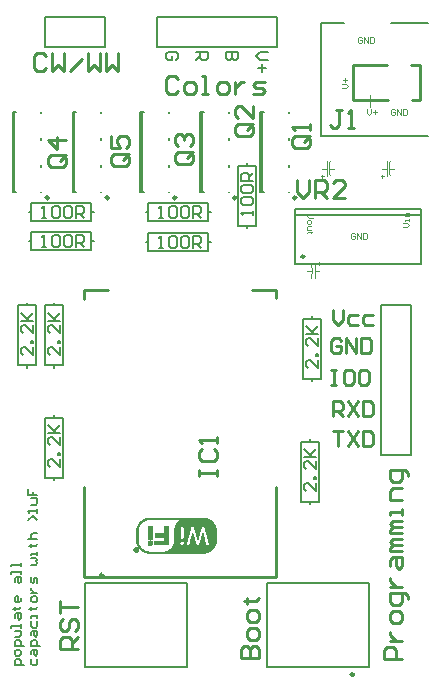
<source format=gto>
%FSLAX25Y25*%
%MOIN*%
G70*
G01*
G75*
G04 Layer_Color=65535*
%ADD10C,0.07874*%
%ADD11C,0.02000*%
%ADD12C,0.01200*%
%ADD13C,0.05000*%
%ADD14C,0.02500*%
%ADD15C,0.02953*%
%ADD16C,0.06299*%
%ADD17R,0.06299X0.06299*%
%ADD18R,0.05906X0.05906*%
%ADD19C,0.05906*%
%ADD20O,0.05512X0.14173*%
%ADD21O,0.14173X0.05512*%
%ADD22C,0.05315*%
%ADD23R,0.05315X0.05315*%
%ADD24R,0.06299X0.06299*%
%ADD25C,0.05512*%
%ADD26R,0.05906X0.05906*%
%ADD27R,0.10000X0.04500*%
%ADD28R,0.05500X0.10000*%
%ADD29C,0.06000*%
%ADD30C,0.02500*%
%ADD31C,0.00984*%
%ADD32C,0.00394*%
%ADD33C,0.01000*%
%ADD34C,0.00787*%
%ADD35C,0.00050*%
%ADD36C,0.00900*%
%ADD37C,0.00800*%
%ADD38C,0.00591*%
D31*
X100488Y137776D02*
G03*
X100488Y137776I-492J0D01*
G01*
X33492Y31571D02*
G03*
X33492Y31571I-492J0D01*
G01*
X116992Y-1571D02*
G03*
X116992Y-1571I-492J0D01*
G01*
X35291Y157343D02*
G03*
X35291Y157343I-492J0D01*
G01*
X15291D02*
G03*
X15291Y157343I-492J0D01*
G01*
X97791D02*
G03*
X97791Y157343I-492J0D01*
G01*
X77791D02*
G03*
X77791Y157343I-492J0D01*
G01*
X57791D02*
G03*
X57791Y157343I-492J0D01*
G01*
D32*
X102907Y130520D02*
G03*
X102909Y135481I-11740J2486D01*
G01*
X109093Y169480D02*
G03*
X109091Y164519I11740J-2486D01*
G01*
X129093Y169480D02*
G03*
X129091Y164519I11740J-2486D01*
G01*
X105000Y135500D02*
X106000D01*
X105500Y135000D02*
Y136000D01*
X104000Y130500D02*
Y135500D01*
Y133000D02*
X105500D01*
X101500Y133000D02*
X103000D01*
X106000Y164500D02*
X107000D01*
X106500Y164000D02*
Y165000D01*
X108000Y164500D02*
Y169500D01*
X106500Y167000D02*
X108000D01*
X109000Y167000D02*
X110500D01*
X126000Y164500D02*
X127000D01*
X126500Y164000D02*
Y165000D01*
X128000Y164500D02*
Y169500D01*
X126500Y167000D02*
X128000D01*
X129000Y167000D02*
X130500D01*
X122500Y187500D02*
Y191500D01*
X133532Y147500D02*
X134844D01*
X135500Y148156D01*
X134844Y148812D01*
X133532D01*
X135500Y149468D02*
Y150124D01*
Y149796D01*
X134188D01*
Y149468D01*
X135500Y151108D02*
X134188D01*
Y152092D01*
X134516Y152420D01*
X135500D01*
X117312Y145140D02*
X116984Y145468D01*
X116328D01*
X116000Y145140D01*
Y143828D01*
X116328Y143500D01*
X116984D01*
X117312Y143828D01*
Y144484D01*
X116656D01*
X117968Y143500D02*
Y145468D01*
X119280Y143500D01*
Y145468D01*
X119936D02*
Y143500D01*
X120920D01*
X121248Y143828D01*
Y145140D01*
X120920Y145468D01*
X119936D01*
X103468Y152000D02*
X102156D01*
X101500Y151344D01*
X102156Y150688D01*
X103468D01*
X101500Y149704D02*
Y149048D01*
X101828Y148720D01*
X102484D01*
X102812Y149048D01*
Y149704D01*
X102484Y150032D01*
X101828D01*
X101500Y149704D01*
X102812Y148064D02*
X101828D01*
X101500Y147736D01*
Y146752D01*
X102812D01*
X103140Y145768D02*
X102812D01*
Y146096D01*
Y145440D01*
Y145768D01*
X101828D01*
X101500Y145440D01*
X119812Y210640D02*
X119484Y210968D01*
X118828D01*
X118500Y210640D01*
Y209328D01*
X118828Y209000D01*
X119484D01*
X119812Y209328D01*
Y209984D01*
X119156D01*
X120468Y209000D02*
Y210968D01*
X121780Y209000D01*
Y210968D01*
X122436D02*
Y209000D01*
X123420D01*
X123748Y209328D01*
Y210640D01*
X123420Y210968D01*
X122436D01*
X130812Y186640D02*
X130484Y186968D01*
X129828D01*
X129500Y186640D01*
Y185328D01*
X129828Y185000D01*
X130484D01*
X130812Y185328D01*
Y185984D01*
X130156D01*
X131468Y185000D02*
Y186968D01*
X132780Y185000D01*
Y186968D01*
X133436D02*
Y185000D01*
X134420D01*
X134748Y185328D01*
Y186640D01*
X134420Y186968D01*
X133436D01*
X113032Y194000D02*
X114344D01*
X115000Y194656D01*
X114344Y195312D01*
X113032D01*
X114016Y195968D02*
Y197280D01*
X113360Y196624D02*
X114672D01*
X121500Y186968D02*
Y185656D01*
X122156Y185000D01*
X122812Y185656D01*
Y186968D01*
X123468Y185984D02*
X124780D01*
X124124Y186640D02*
Y185328D01*
D33*
X116674Y201500D02*
X119000D01*
X116674Y190000D02*
Y201500D01*
Y190000D02*
X128500D01*
X136500D02*
X139000D01*
Y201500D01*
X136000D02*
X139000D01*
X119000D02*
X128000D01*
X91000Y31000D02*
Y61000D01*
Y124000D02*
Y126500D01*
X83000D02*
X91000D01*
X27000D02*
X35000D01*
X27000Y123500D02*
Y126500D01*
Y31000D02*
Y61000D01*
Y31000D02*
X91000D01*
X98000Y163098D02*
Y159099D01*
X99999Y157100D01*
X101999Y159099D01*
Y163098D01*
X103998Y157100D02*
Y163098D01*
X106997D01*
X107997Y162098D01*
Y160099D01*
X106997Y159099D01*
X103998D01*
X105997D02*
X107997Y157100D01*
X113995D02*
X109996D01*
X113995Y161099D01*
Y162098D01*
X112995Y163098D01*
X110996D01*
X109996Y162098D01*
X65502Y64500D02*
Y66499D01*
Y65500D01*
X71500D01*
Y64500D01*
Y66499D01*
X66502Y73497D02*
X65502Y72497D01*
Y70498D01*
X66502Y69498D01*
X70500D01*
X71500Y70498D01*
Y72497D01*
X70500Y73497D01*
X71500Y75496D02*
Y77496D01*
Y76496D01*
X65502D01*
X66502Y75496D01*
X112999Y186498D02*
X110999D01*
X111999D01*
Y181500D01*
X110999Y180500D01*
X110000D01*
X109000Y181500D01*
X114998Y180500D02*
X116997D01*
X115998D01*
Y186498D01*
X114998Y185498D01*
X58499Y196998D02*
X57499Y197998D01*
X55500D01*
X54500Y196998D01*
Y193000D01*
X55500Y192000D01*
X57499D01*
X58499Y193000D01*
X61498Y192000D02*
X63497D01*
X64497Y193000D01*
Y194999D01*
X63497Y195999D01*
X61498D01*
X60498Y194999D01*
Y193000D01*
X61498Y192000D01*
X66496D02*
X68496D01*
X67496D01*
Y197998D01*
X66496D01*
X72494Y192000D02*
X74493D01*
X75493Y193000D01*
Y194999D01*
X74493Y195999D01*
X72494D01*
X71495Y194999D01*
Y193000D01*
X72494Y192000D01*
X77493Y195999D02*
Y192000D01*
Y193999D01*
X78492Y194999D01*
X79492Y195999D01*
X80492D01*
X83491Y192000D02*
X86490D01*
X87489Y193000D01*
X86490Y193999D01*
X84490D01*
X83491Y194999D01*
X84490Y195999D01*
X87489D01*
X14499Y204498D02*
X13499Y205498D01*
X11500D01*
X10500Y204498D01*
Y200500D01*
X11500Y199500D01*
X13499D01*
X14499Y200500D01*
X16498Y205498D02*
Y199500D01*
X18497Y201499D01*
X20497Y199500D01*
Y205498D01*
X22496Y199500D02*
X26495Y203499D01*
X28494Y205498D02*
Y199500D01*
X30494Y201499D01*
X32493Y199500D01*
Y205498D01*
X34492D02*
Y199500D01*
X36492Y201499D01*
X38491Y199500D01*
Y205498D01*
X133000Y3500D02*
X127002D01*
Y6499D01*
X128002Y7499D01*
X130001D01*
X131001Y6499D01*
Y3500D01*
X129001Y9498D02*
X133000D01*
X131001D01*
X130001Y10498D01*
X129001Y11497D01*
Y12497D01*
X133000Y16496D02*
Y18495D01*
X132000Y19495D01*
X130001D01*
X129001Y18495D01*
Y16496D01*
X130001Y15496D01*
X132000D01*
X133000Y16496D01*
X134999Y23494D02*
Y24493D01*
X134000Y25493D01*
X129001D01*
Y22494D01*
X130001Y21494D01*
X132000D01*
X133000Y22494D01*
Y25493D01*
X129001Y27492D02*
X133000D01*
X131001D01*
X130001Y28492D01*
X129001Y29492D01*
Y30491D01*
Y34490D02*
Y36489D01*
X130001Y37489D01*
X133000D01*
Y34490D01*
X132000Y33490D01*
X131001Y34490D01*
Y37489D01*
X133000Y39488D02*
X129001D01*
Y40488D01*
X130001Y41488D01*
X133000D01*
X130001D01*
X129001Y42487D01*
X130001Y43487D01*
X133000D01*
Y45486D02*
X129001D01*
Y46486D01*
X130001Y47486D01*
X133000D01*
X130001D01*
X129001Y48485D01*
X130001Y49485D01*
X133000D01*
Y51485D02*
Y53484D01*
Y52484D01*
X129001D01*
Y51485D01*
X133000Y56483D02*
X129001D01*
Y59482D01*
X130001Y60482D01*
X133000D01*
X134999Y64480D02*
Y65480D01*
X134000Y66480D01*
X129001D01*
Y63481D01*
X130001Y62481D01*
X132000D01*
X133000Y63481D01*
Y66480D01*
X101500Y177999D02*
X97502D01*
X96502Y176999D01*
Y175000D01*
X97502Y174000D01*
X101500D01*
X102500Y175000D01*
Y176999D01*
X100501Y175999D02*
X102500Y177999D01*
Y176999D02*
X101500Y177999D01*
X102500Y179998D02*
Y181997D01*
Y180998D01*
X96502D01*
X97502Y179998D01*
X82500Y181999D02*
X78502D01*
X77502Y180999D01*
Y179000D01*
X78502Y178000D01*
X82500D01*
X83500Y179000D01*
Y180999D01*
X81501Y179999D02*
X83500Y181999D01*
Y180999D02*
X82500Y181999D01*
X83500Y187997D02*
Y183998D01*
X79501Y187997D01*
X78502D01*
X77502Y186997D01*
Y184998D01*
X78502Y183998D01*
X62500Y172499D02*
X58502D01*
X57502Y171499D01*
Y169500D01*
X58502Y168500D01*
X62500D01*
X63500Y169500D01*
Y171499D01*
X61501Y170499D02*
X63500Y172499D01*
Y171499D02*
X62500Y172499D01*
X58502Y174498D02*
X57502Y175498D01*
Y177497D01*
X58502Y178497D01*
X59501D01*
X60501Y177497D01*
Y176497D01*
Y177497D01*
X61501Y178497D01*
X62500D01*
X63500Y177497D01*
Y175498D01*
X62500Y174498D01*
X20000Y171499D02*
X16002D01*
X15002Y170499D01*
Y168500D01*
X16002Y167500D01*
X20000D01*
X21000Y168500D01*
Y170499D01*
X19001Y169499D02*
X21000Y171499D01*
Y170499D02*
X20000Y171499D01*
X21000Y176497D02*
X15002D01*
X18001Y173498D01*
Y177497D01*
X41000Y171999D02*
X37002D01*
X36002Y170999D01*
Y169000D01*
X37002Y168000D01*
X41000D01*
X42000Y169000D01*
Y170999D01*
X40001Y169999D02*
X42000Y171999D01*
Y170999D02*
X41000Y171999D01*
X36002Y177997D02*
Y173998D01*
X39001D01*
X38001Y175997D01*
Y176997D01*
X39001Y177997D01*
X41000D01*
X42000Y176997D01*
Y174998D01*
X41000Y173998D01*
X25000Y7000D02*
X19002D01*
Y9999D01*
X20002Y10999D01*
X22001D01*
X23001Y9999D01*
Y7000D01*
Y8999D02*
X25000Y10999D01*
X20002Y16997D02*
X19002Y15997D01*
Y13998D01*
X20002Y12998D01*
X21001D01*
X22001Y13998D01*
Y15997D01*
X23001Y16997D01*
X24000D01*
X25000Y15997D01*
Y13998D01*
X24000Y12998D01*
X19002Y18996D02*
Y22995D01*
Y20996D01*
X25000D01*
X79502Y4000D02*
X85500D01*
Y6999D01*
X84500Y7999D01*
X83501D01*
X82501Y6999D01*
Y4000D01*
Y6999D01*
X81501Y7999D01*
X80502D01*
X79502Y6999D01*
Y4000D01*
X85500Y10998D02*
Y12997D01*
X84500Y13997D01*
X82501D01*
X81501Y12997D01*
Y10998D01*
X82501Y9998D01*
X84500D01*
X85500Y10998D01*
Y16996D02*
Y18995D01*
X84500Y19995D01*
X82501D01*
X81501Y18995D01*
Y16996D01*
X82501Y15996D01*
X84500D01*
X85500Y16996D01*
X80502Y22994D02*
X81501D01*
Y21994D01*
Y23993D01*
Y22994D01*
X84500D01*
X85500Y23993D01*
D34*
X139563Y135216D02*
Y153720D01*
X97437Y135216D02*
Y153720D01*
Y135216D02*
X139563D01*
X97437Y153720D02*
X139563D01*
X97437Y151752D02*
X139563D01*
X27488Y1000D02*
X61500D01*
X27488Y29012D02*
X61500D01*
Y1000D02*
Y29012D01*
X27488Y1000D02*
Y29012D01*
X88000Y29000D02*
X122012D01*
X88000Y988D02*
X122012D01*
X88000D02*
Y29000D01*
X122012Y988D02*
Y29000D01*
X105913Y177784D02*
X141749D01*
X105913Y215579D02*
X113787D01*
X105913Y177784D02*
Y215579D01*
X129535D02*
X141749D01*
X23382Y185886D02*
X24563D01*
X23382Y159114D02*
X24563D01*
X23382D02*
Y185886D01*
X23736Y159114D02*
Y185886D01*
X32831Y167579D02*
Y168366D01*
Y176634D02*
Y177421D01*
Y185689D02*
Y185886D01*
Y159114D02*
Y159311D01*
X3382Y185886D02*
X4563D01*
X3382Y159114D02*
X4563D01*
X3382D02*
Y185886D01*
X3736Y159114D02*
Y185886D01*
X12831Y167579D02*
Y168366D01*
Y176634D02*
Y177421D01*
Y185689D02*
Y185886D01*
Y159114D02*
Y159311D01*
X85882Y185886D02*
X87063D01*
X85882Y159114D02*
X87063D01*
X85882D02*
Y185886D01*
X86236Y159114D02*
Y185886D01*
X95331Y167579D02*
Y168366D01*
Y176634D02*
Y177421D01*
Y185689D02*
Y185886D01*
Y159114D02*
Y159311D01*
X65882Y185886D02*
X67063D01*
X65882Y159114D02*
X67063D01*
X65882D02*
Y185886D01*
X66236Y159114D02*
Y185886D01*
X75331Y167579D02*
Y168366D01*
Y176634D02*
Y177421D01*
Y185689D02*
Y185886D01*
Y159114D02*
Y159311D01*
X45882Y185886D02*
X47063D01*
X45882Y159114D02*
X47063D01*
X45882D02*
Y185886D01*
X46236Y159114D02*
Y185886D01*
X55331Y167579D02*
Y168366D01*
Y176634D02*
Y177421D01*
Y185689D02*
Y185886D01*
Y159114D02*
Y159311D01*
X14000Y217500D02*
X34000D01*
X14000Y207500D02*
Y217500D01*
Y207500D02*
X34000D01*
Y217500D01*
X51500Y207500D02*
Y217500D01*
X91500D01*
X51500Y207500D02*
X91500D01*
Y217500D01*
X48500Y139500D02*
Y142500D01*
Y139500D02*
X68500D01*
Y145500D01*
X48500D02*
X68500D01*
X48500Y142500D02*
Y145500D01*
X68500Y142500D02*
X69400D01*
X47600D02*
X48500D01*
Y149500D02*
Y152500D01*
Y149500D02*
X68500D01*
Y155500D01*
X48500D02*
X68500D01*
X48500Y152500D02*
Y155500D01*
X68500Y152500D02*
X69400D01*
X47600D02*
X48500D01*
X9500Y140000D02*
Y143000D01*
Y140000D02*
X29500D01*
Y146000D01*
X9500D02*
X29500D01*
X9500Y143000D02*
Y146000D01*
X29500Y143000D02*
X30400D01*
X8600D02*
X9500D01*
Y149500D02*
Y152500D01*
Y149500D02*
X29500D01*
Y155500D01*
X9500D02*
X29500D01*
X9500Y152500D02*
Y155500D01*
X29500Y152500D02*
X30400D01*
X8600D02*
X9500D01*
X81500Y148000D02*
X84500D01*
Y168000D01*
X78500D02*
X84500D01*
X78500Y148000D02*
Y168000D01*
Y148000D02*
X81500D01*
Y168000D02*
Y168900D01*
Y147100D02*
Y148000D01*
X126000Y121500D02*
X136000D01*
Y71500D02*
Y121500D01*
X126000Y71500D02*
Y121500D01*
Y71500D02*
X136000D01*
X99500Y76000D02*
X102500D01*
X99500Y56000D02*
Y76000D01*
Y56000D02*
X105500D01*
Y76000D01*
X102500D02*
X105500D01*
X102500Y55100D02*
Y56000D01*
Y76000D02*
Y76900D01*
X17000Y101500D02*
X20000D01*
Y121500D01*
X14000D02*
X20000D01*
X14000Y101500D02*
Y121500D01*
Y101500D02*
X17000D01*
Y121500D02*
Y122400D01*
Y100600D02*
Y101500D01*
X14000Y84000D02*
X17000D01*
X14000Y64000D02*
Y84000D01*
Y64000D02*
X20000D01*
Y84000D01*
X17000D02*
X20000D01*
X17000Y63100D02*
Y64000D01*
Y84000D02*
Y84900D01*
X8000Y101500D02*
X11000D01*
Y121500D01*
X5000D02*
X11000D01*
X5000Y101500D02*
Y121500D01*
Y101500D02*
X8000D01*
Y121500D02*
Y122400D01*
Y100600D02*
Y101500D01*
X100000Y117000D02*
X103000D01*
X100000Y97000D02*
Y117000D01*
Y97000D02*
X106000D01*
Y117000D01*
X103000D02*
X106000D01*
X103000Y96100D02*
Y97000D01*
Y117000D02*
Y117900D01*
D35*
X48500Y50650D02*
X67000D01*
X48100Y50600D02*
X67350D01*
X47900Y50550D02*
X67600D01*
X47700Y50500D02*
X67800D01*
X47550Y50450D02*
X67950D01*
X47400Y50400D02*
X68100D01*
X47250Y50350D02*
X68250D01*
X47150Y50300D02*
X68350D01*
X47050Y50250D02*
X68450D01*
X46950Y50200D02*
X48400D01*
X59050D02*
X68550D01*
X46850Y50150D02*
X48050D01*
X59000D02*
X68650D01*
X46750Y50100D02*
X47800D01*
X58900D02*
X68750D01*
X46650Y50050D02*
X47650D01*
X58850D02*
X68850D01*
X46550Y50000D02*
X47500D01*
X58800D02*
X68950D01*
X46500Y49950D02*
X47350D01*
X58750D02*
X69000D01*
X46400Y49900D02*
X47250D01*
X58700D02*
X69100D01*
X46350Y49850D02*
X47150D01*
X58650D02*
X69150D01*
X46300Y49800D02*
X47050D01*
X58600D02*
X69250D01*
X46200Y49750D02*
X46950D01*
X58550D02*
X69300D01*
X46150Y49700D02*
X46850D01*
X58500D02*
X69350D01*
X46100Y49650D02*
X46750D01*
X58450D02*
X69400D01*
X46050Y49600D02*
X46700D01*
X58400D02*
X69450D01*
X45950Y49550D02*
X46600D01*
X58350D02*
X69550D01*
X45900Y49500D02*
X46550D01*
X58300D02*
X69600D01*
X45850Y49450D02*
X46500D01*
X58300D02*
X69650D01*
X45800Y49400D02*
X46400D01*
X58250D02*
X69700D01*
X45750Y49350D02*
X46350D01*
X58200D02*
X69750D01*
X45700Y49300D02*
X46300D01*
X58150D02*
X69800D01*
X45650Y49250D02*
X46250D01*
X58100D02*
X69850D01*
X45600Y49200D02*
X46200D01*
X58100D02*
X69900D01*
X45550Y49150D02*
X46100D01*
X58050D02*
X69950D01*
X45550Y49100D02*
X46050D01*
X58000D02*
X70000D01*
X45500Y49050D02*
X46000D01*
X58000D02*
X70000D01*
X45450Y49000D02*
X45950D01*
X57950D02*
X70050D01*
X45400Y48950D02*
X45950D01*
X57900D02*
X70100D01*
X45350Y48900D02*
X45900D01*
X57900D02*
X70150D01*
X45350Y48850D02*
X45850D01*
X57850D02*
X70150D01*
X45300Y48800D02*
X45800D01*
X57800D02*
X70200D01*
X45250Y48750D02*
X45750D01*
X57800D02*
X70250D01*
X45200Y48700D02*
X45700D01*
X57750D02*
X70300D01*
X45200Y48650D02*
X45700D01*
X57750D02*
X70300D01*
X45150Y48600D02*
X45650D01*
X57700D02*
X70350D01*
X45100Y48550D02*
X45600D01*
X57700D02*
X70400D01*
X45100Y48500D02*
X45550D01*
X57650D02*
X70400D01*
X45050Y48450D02*
X45550D01*
X57650D02*
X70450D01*
X45050Y48400D02*
X45500D01*
X57600D02*
X70450D01*
X45000Y48350D02*
X45450D01*
X57600D02*
X70500D01*
X45000Y48300D02*
X45450D01*
X57550D02*
X70550D01*
X44950Y48250D02*
X45400D01*
X57550D02*
X70550D01*
X44950Y48200D02*
X45400D01*
X57550D02*
X70600D01*
X44900Y48150D02*
X45350D01*
X57500D02*
X70600D01*
X44900Y48100D02*
X45350D01*
X57500D02*
X70650D01*
X44850Y48050D02*
X45300D01*
X57450D02*
X70650D01*
X44850Y48000D02*
X45300D01*
X57450D02*
X70650D01*
X44800Y47950D02*
X45250D01*
X57450D02*
X70700D01*
X44800Y47900D02*
X45250D01*
X57400D02*
X70700D01*
X44750Y47850D02*
X45200D01*
X48350D02*
X48400D01*
X48550D02*
X49350D01*
X49450D02*
X49550D01*
X53750D02*
X55000D01*
X57400D02*
X58950D01*
X60200D02*
X62550D01*
X63350D02*
X63450D01*
X63500D02*
X63550D01*
X63650D02*
X66150D01*
X66950D02*
X67000D01*
X67100D02*
X70750D01*
X44750Y47800D02*
X45200D01*
X48350D02*
X49650D01*
X53750D02*
X55100D01*
X57400D02*
X58950D01*
X60250D02*
X62550D01*
X63650D02*
X66050D01*
X67150D02*
X70750D01*
X44750Y47750D02*
X45150D01*
X48350D02*
X49650D01*
X53750D02*
X55100D01*
X57350D02*
X58950D01*
X60250D02*
X62500D01*
X63650D02*
X66050D01*
X67150D02*
X70750D01*
X44700Y47700D02*
X45150D01*
X48350D02*
X49650D01*
X53750D02*
X55100D01*
X57350D02*
X58950D01*
X60250D02*
X62500D01*
X63700D02*
X66050D01*
X67150D02*
X70800D01*
X44700Y47650D02*
X45150D01*
X48350D02*
X49650D01*
X53750D02*
X55100D01*
X57350D02*
X58950D01*
X60200D02*
X62500D01*
X63700D02*
X66000D01*
X67200D02*
X70800D01*
X44700Y47600D02*
X45100D01*
X48350D02*
X49650D01*
X53750D02*
X55100D01*
X57350D02*
X58950D01*
X60200D02*
X62500D01*
X63700D02*
X66000D01*
X67200D02*
X70850D01*
X44650Y47550D02*
X45100D01*
X48350D02*
X49650D01*
X53750D02*
X55100D01*
X57300D02*
X58950D01*
X60250D02*
X62450D01*
X63750D02*
X66000D01*
X67200D02*
X70850D01*
X44650Y47500D02*
X45100D01*
X48350D02*
X49650D01*
X53750D02*
X55100D01*
X57300D02*
X58950D01*
X60250D02*
X62450D01*
X63750D02*
X65950D01*
X67200D02*
X70850D01*
X44650Y47450D02*
X45050D01*
X48350D02*
X49650D01*
X53750D02*
X55100D01*
X57300D02*
X58950D01*
X60250D02*
X62450D01*
X63750D02*
X65950D01*
X67250D02*
X70850D01*
X44600Y47400D02*
X45050D01*
X48350D02*
X49650D01*
X53750D02*
X55100D01*
X57300D02*
X58950D01*
X60250D02*
X62450D01*
X63750D02*
X65950D01*
X67250D02*
X70900D01*
X44600Y47350D02*
X45050D01*
X48350D02*
X49650D01*
X53750D02*
X55100D01*
X57250D02*
X58950D01*
X60250D02*
X62400D01*
X63800D02*
X65950D01*
X67250D02*
X70900D01*
X44600Y47300D02*
X45000D01*
X48350D02*
X49650D01*
X53750D02*
X55100D01*
X57250D02*
X58950D01*
X60250D02*
X62400D01*
X63800D02*
X65900D01*
X67300D02*
X70900D01*
X44600Y47250D02*
X45000D01*
X48350D02*
X49650D01*
X53750D02*
X55100D01*
X57250D02*
X58950D01*
X60250D02*
X62400D01*
X63800D02*
X65900D01*
X67300D02*
X70950D01*
X44550Y47200D02*
X45000D01*
X48350D02*
X49650D01*
X53750D02*
X55100D01*
X57250D02*
X58950D01*
X60250D02*
X62350D01*
X63850D02*
X65900D01*
X67300D02*
X70950D01*
X44550Y47150D02*
X45000D01*
X48350D02*
X49650D01*
X53750D02*
X55100D01*
X57250D02*
X58950D01*
X60250D02*
X62350D01*
X63850D02*
X65850D01*
X67300D02*
X70950D01*
X44550Y47100D02*
X44950D01*
X48350D02*
X49650D01*
X53750D02*
X55100D01*
X57200D02*
X58950D01*
X60250D02*
X62350D01*
X63850D02*
X65850D01*
X67350D02*
X70950D01*
X44550Y47050D02*
X44950D01*
X48350D02*
X49650D01*
X53750D02*
X55100D01*
X57200D02*
X58950D01*
X60250D02*
X62350D01*
X63850D02*
X65850D01*
X67350D02*
X70950D01*
X44550Y47000D02*
X44950D01*
X48350D02*
X49650D01*
X53750D02*
X55100D01*
X57200D02*
X58950D01*
X60250D02*
X62300D01*
X63900D02*
X65850D01*
X67350D02*
X71000D01*
X44500Y46950D02*
X44950D01*
X48350D02*
X49650D01*
X53750D02*
X55100D01*
X57200D02*
X58950D01*
X60250D02*
X62300D01*
X63900D02*
X65800D01*
X67350D02*
X71000D01*
X44500Y46900D02*
X44950D01*
X48350D02*
X49650D01*
X53750D02*
X55100D01*
X57200D02*
X58950D01*
X60250D02*
X62300D01*
X63900D02*
X65800D01*
X67400D02*
X71000D01*
X44500Y46850D02*
X44900D01*
X48350D02*
X49650D01*
X53750D02*
X55100D01*
X57200D02*
X58950D01*
X60250D02*
X62300D01*
X63950D02*
X65800D01*
X67400D02*
X71000D01*
X44500Y46800D02*
X44900D01*
X48350D02*
X49650D01*
X53750D02*
X55100D01*
X57200D02*
X58950D01*
X60250D02*
X62250D01*
X63950D02*
X65750D01*
X67400D02*
X71000D01*
X44500Y46750D02*
X44900D01*
X48350D02*
X49650D01*
X53750D02*
X55100D01*
X57200D02*
X58950D01*
X60250D02*
X62250D01*
X63950D02*
X65750D01*
X67400D02*
X71000D01*
X44500Y46700D02*
X44900D01*
X48350D02*
X49650D01*
X53750D02*
X55100D01*
X57150D02*
X58950D01*
X60250D02*
X62250D01*
X64000D02*
X65750D01*
X67450D02*
X71000D01*
X44450Y46650D02*
X44900D01*
X48350D02*
X49650D01*
X53750D02*
X55100D01*
X57150D02*
X58950D01*
X60250D02*
X62250D01*
X64000D02*
X65750D01*
X67450D02*
X71050D01*
X44450Y46600D02*
X44900D01*
X48350D02*
X49650D01*
X53750D02*
X55100D01*
X57150D02*
X58950D01*
X60250D02*
X62200D01*
X64000D02*
X65700D01*
X67450D02*
X71050D01*
X44450Y46550D02*
X44900D01*
X48350D02*
X49650D01*
X53750D02*
X55100D01*
X57150D02*
X58950D01*
X60250D02*
X62200D01*
X64000D02*
X65700D01*
X67500D02*
X71050D01*
X44450Y46500D02*
X44900D01*
X48350D02*
X49650D01*
X53750D02*
X55100D01*
X57150D02*
X58950D01*
X60250D02*
X62200D01*
X64050D02*
X65700D01*
X67500D02*
X71050D01*
X44450Y46450D02*
X44900D01*
X48350D02*
X49650D01*
X53750D02*
X55100D01*
X57150D02*
X58950D01*
X60250D02*
X62200D01*
X64050D02*
X65650D01*
X67500D02*
X71050D01*
X44450Y46400D02*
X44900D01*
X48350D02*
X49650D01*
X53750D02*
X55100D01*
X57150D02*
X58950D01*
X60250D02*
X62150D01*
X64050D02*
X65650D01*
X67500D02*
X71050D01*
X44450Y46350D02*
X44900D01*
X48350D02*
X49650D01*
X53750D02*
X55100D01*
X57150D02*
X58950D01*
X60250D02*
X62150D01*
X64100D02*
X65650D01*
X67550D02*
X71050D01*
X44450Y46300D02*
X44900D01*
X48350D02*
X49650D01*
X53750D02*
X55100D01*
X57150D02*
X58950D01*
X60250D02*
X62150D01*
X64100D02*
X65650D01*
X67550D02*
X71050D01*
X44450Y46250D02*
X44900D01*
X48350D02*
X49650D01*
X53750D02*
X55100D01*
X57150D02*
X58950D01*
X60250D02*
X62100D01*
X64100D02*
X65600D01*
X67550D02*
X71050D01*
X44450Y46200D02*
X44900D01*
X48350D02*
X49650D01*
X53750D02*
X55100D01*
X57150D02*
X58950D01*
X60250D02*
X62100D01*
X64100D02*
X65600D01*
X67550D02*
X71050D01*
X44450Y46150D02*
X44900D01*
X48350D02*
X49650D01*
X53750D02*
X55100D01*
X57150D02*
X58950D01*
X60250D02*
X62100D01*
X64150D02*
X65600D01*
X67600D02*
X71050D01*
X44450Y46100D02*
X44900D01*
X48350D02*
X49650D01*
X53750D02*
X55100D01*
X57150D02*
X58950D01*
X60250D02*
X62100D01*
X64150D02*
X65550D01*
X67600D02*
X71050D01*
X44450Y46050D02*
X44900D01*
X48350D02*
X49650D01*
X53750D02*
X55100D01*
X57150D02*
X58950D01*
X60250D02*
X62050D01*
X64150D02*
X65550D01*
X67600D02*
X71050D01*
X44450Y46000D02*
X44900D01*
X48350D02*
X49650D01*
X53750D02*
X55100D01*
X57150D02*
X58950D01*
X60250D02*
X62050D01*
X64150D02*
X65550D01*
X67600D02*
X71050D01*
X44450Y45950D02*
X44900D01*
X48350D02*
X49650D01*
X53750D02*
X55100D01*
X57150D02*
X58950D01*
X60250D02*
X62050D01*
X64200D02*
X65550D01*
X67650D02*
X71050D01*
X44450Y45900D02*
X44900D01*
X48350D02*
X49650D01*
X53750D02*
X55100D01*
X57150D02*
X58950D01*
X60250D02*
X62050D01*
X64200D02*
X65500D01*
X67650D02*
X71050D01*
X44450Y45850D02*
X44900D01*
X48350D02*
X49650D01*
X53750D02*
X55100D01*
X57150D02*
X58950D01*
X60250D02*
X62000D01*
X64200D02*
X65500D01*
X67650D02*
X71050D01*
X44450Y45800D02*
X44900D01*
X48350D02*
X49650D01*
X53750D02*
X55100D01*
X57150D02*
X58950D01*
X60250D02*
X62000D01*
X64250D02*
X65500D01*
X67700D02*
X71050D01*
X44450Y45750D02*
X44900D01*
X48350D02*
X49650D01*
X53750D02*
X55100D01*
X57150D02*
X58950D01*
X60250D02*
X62000D01*
X64250D02*
X65450D01*
X67700D02*
X71050D01*
X44450Y45700D02*
X44900D01*
X48350D02*
X49650D01*
X53750D02*
X55100D01*
X57150D02*
X58950D01*
X60250D02*
X62000D01*
X63100D02*
X63150D01*
X64250D02*
X65450D01*
X67700D02*
X71050D01*
X44450Y45650D02*
X44900D01*
X48350D02*
X49650D01*
X53750D02*
X55100D01*
X57150D02*
X58950D01*
X60250D02*
X61950D01*
X63100D02*
X63150D01*
X64300D02*
X65450D01*
X67700D02*
X71050D01*
X44450Y45600D02*
X44900D01*
X48350D02*
X49650D01*
X53750D02*
X55100D01*
X57150D02*
X58950D01*
X60250D02*
X61950D01*
X63050D02*
X63150D01*
X64300D02*
X65400D01*
X67750D02*
X71050D01*
X44450Y45550D02*
X44900D01*
X48350D02*
X49650D01*
X53750D02*
X55100D01*
X57150D02*
X58950D01*
X60250D02*
X61950D01*
X63050D02*
X63150D01*
X64300D02*
X65400D01*
X66500D02*
X66550D01*
X67750D02*
X71050D01*
X44450Y45500D02*
X44900D01*
X48350D02*
X49650D01*
X53750D02*
X55100D01*
X57150D02*
X58950D01*
X60250D02*
X61950D01*
X63050D02*
X63200D01*
X64300D02*
X65400D01*
X66500D02*
X66600D01*
X67750D02*
X71050D01*
X44450Y45450D02*
X44900D01*
X48350D02*
X49650D01*
X50750D02*
X55100D01*
X57150D02*
X58950D01*
X60250D02*
X61900D01*
X63050D02*
X63200D01*
X64350D02*
X65400D01*
X66500D02*
X66600D01*
X67750D02*
X71050D01*
X44450Y45400D02*
X44900D01*
X48350D02*
X49650D01*
X50750D02*
X55100D01*
X57150D02*
X58950D01*
X60250D02*
X61900D01*
X63000D02*
X63200D01*
X64350D02*
X65350D01*
X66450D02*
X66600D01*
X67800D02*
X71050D01*
X44450Y45350D02*
X44900D01*
X48350D02*
X49650D01*
X50750D02*
X55100D01*
X57150D02*
X58950D01*
X60250D02*
X61900D01*
X63000D02*
X63250D01*
X64350D02*
X65350D01*
X66450D02*
X66600D01*
X67800D02*
X71050D01*
X44450Y45300D02*
X44900D01*
X48350D02*
X49650D01*
X50750D02*
X55100D01*
X57150D02*
X58950D01*
X60250D02*
X61850D01*
X63000D02*
X63250D01*
X64400D02*
X65350D01*
X66450D02*
X66650D01*
X67800D02*
X71050D01*
X44450Y45250D02*
X44900D01*
X48350D02*
X49650D01*
X50750D02*
X55100D01*
X57150D02*
X58950D01*
X60250D02*
X61850D01*
X63000D02*
X63250D01*
X64400D02*
X65300D01*
X66450D02*
X66650D01*
X67850D02*
X71050D01*
X44450Y45200D02*
X44900D01*
X48350D02*
X49650D01*
X50750D02*
X55100D01*
X57150D02*
X58950D01*
X60250D02*
X61850D01*
X63000D02*
X63250D01*
X64400D02*
X65300D01*
X66400D02*
X66650D01*
X67850D02*
X71050D01*
X44450Y45150D02*
X44900D01*
X48350D02*
X49650D01*
X50750D02*
X55100D01*
X57150D02*
X58950D01*
X60250D02*
X61850D01*
X62950D02*
X63300D01*
X64400D02*
X65300D01*
X66400D02*
X66650D01*
X67850D02*
X71050D01*
X44450Y45100D02*
X44900D01*
X48350D02*
X49650D01*
X50750D02*
X55100D01*
X57150D02*
X58950D01*
X60250D02*
X61800D01*
X62950D02*
X63300D01*
X64450D02*
X65300D01*
X66400D02*
X66650D01*
X67850D02*
X71050D01*
X44450Y45050D02*
X44900D01*
X48350D02*
X49650D01*
X50750D02*
X55100D01*
X57150D02*
X58950D01*
X60250D02*
X61800D01*
X62950D02*
X63300D01*
X64450D02*
X65250D01*
X66350D02*
X66700D01*
X67900D02*
X71050D01*
X44450Y45000D02*
X44900D01*
X48350D02*
X49650D01*
X50750D02*
X55100D01*
X57150D02*
X58950D01*
X60250D02*
X61800D01*
X62950D02*
X63300D01*
X64450D02*
X65250D01*
X66350D02*
X66700D01*
X67900D02*
X71050D01*
X44450Y44950D02*
X44900D01*
X48350D02*
X49650D01*
X50750D02*
X55100D01*
X57150D02*
X58950D01*
X60250D02*
X61800D01*
X62900D02*
X63350D01*
X64500D02*
X65250D01*
X66350D02*
X66700D01*
X67900D02*
X71050D01*
X44450Y44900D02*
X44900D01*
X48350D02*
X49650D01*
X50750D02*
X55100D01*
X57150D02*
X58950D01*
X60250D02*
X61750D01*
X62900D02*
X63350D01*
X64500D02*
X65200D01*
X66300D02*
X66700D01*
X67900D02*
X71050D01*
X44450Y44850D02*
X44900D01*
X48350D02*
X49650D01*
X50750D02*
X55100D01*
X57150D02*
X58950D01*
X60250D02*
X61750D01*
X62900D02*
X63350D01*
X64500D02*
X65200D01*
X66300D02*
X66750D01*
X67950D02*
X71050D01*
X44450Y44800D02*
X44900D01*
X48350D02*
X49650D01*
X50750D02*
X55100D01*
X57150D02*
X58950D01*
X60250D02*
X61750D01*
X62900D02*
X63400D01*
X64500D02*
X65200D01*
X66300D02*
X66750D01*
X67950D02*
X71050D01*
X44450Y44750D02*
X44900D01*
X48350D02*
X49650D01*
X50750D02*
X55100D01*
X57150D02*
X58950D01*
X60250D02*
X61750D01*
X62850D02*
X63400D01*
X64550D02*
X65200D01*
X66300D02*
X66750D01*
X67950D02*
X71050D01*
X44450Y44700D02*
X44900D01*
X48350D02*
X49650D01*
X50750D02*
X55100D01*
X57150D02*
X58950D01*
X60250D02*
X61700D01*
X62850D02*
X63400D01*
X64550D02*
X65150D01*
X66250D02*
X66750D01*
X67950D02*
X71050D01*
X44450Y44650D02*
X44900D01*
X48350D02*
X49650D01*
X50750D02*
X55100D01*
X57150D02*
X58950D01*
X60250D02*
X61700D01*
X62850D02*
X63450D01*
X64550D02*
X65150D01*
X66250D02*
X66750D01*
X68000D02*
X71050D01*
X44450Y44600D02*
X44900D01*
X48350D02*
X49650D01*
X50750D02*
X55100D01*
X57150D02*
X58950D01*
X60250D02*
X61700D01*
X62850D02*
X63450D01*
X64600D02*
X65150D01*
X66250D02*
X66800D01*
X68000D02*
X71050D01*
X44450Y44550D02*
X44900D01*
X48350D02*
X49650D01*
X50750D02*
X55100D01*
X57150D02*
X58950D01*
X60250D02*
X61700D01*
X62850D02*
X63450D01*
X64600D02*
X65100D01*
X66200D02*
X66800D01*
X68000D02*
X71050D01*
X44450Y44500D02*
X44900D01*
X48350D02*
X49650D01*
X50750D02*
X55100D01*
X57150D02*
X58950D01*
X60250D02*
X61650D01*
X62800D02*
X63450D01*
X64600D02*
X65100D01*
X66200D02*
X66800D01*
X68050D02*
X71050D01*
X44450Y44450D02*
X44900D01*
X48350D02*
X49650D01*
X50750D02*
X55100D01*
X57150D02*
X58950D01*
X60250D02*
X61650D01*
X62800D02*
X63500D01*
X64600D02*
X65100D01*
X66200D02*
X66800D01*
X68050D02*
X71050D01*
X44450Y44400D02*
X44900D01*
X48350D02*
X49650D01*
X50750D02*
X55100D01*
X57150D02*
X58950D01*
X60250D02*
X61650D01*
X62800D02*
X63500D01*
X64650D02*
X65100D01*
X66200D02*
X66850D01*
X68050D02*
X71050D01*
X44450Y44350D02*
X44900D01*
X48350D02*
X49650D01*
X50750D02*
X55100D01*
X57150D02*
X58950D01*
X60250D02*
X61600D01*
X62800D02*
X63500D01*
X64650D02*
X65050D01*
X66150D02*
X66850D01*
X68050D02*
X71050D01*
X44450Y44300D02*
X44900D01*
X48350D02*
X49650D01*
X50750D02*
X55100D01*
X57150D02*
X58950D01*
X60250D02*
X61600D01*
X62750D02*
X63550D01*
X64650D02*
X65050D01*
X66150D02*
X66850D01*
X68100D02*
X71050D01*
X44450Y44250D02*
X44900D01*
X48350D02*
X49650D01*
X50750D02*
X55100D01*
X57150D02*
X58950D01*
X60250D02*
X61600D01*
X62750D02*
X63550D01*
X64700D02*
X65050D01*
X66150D02*
X66850D01*
X68100D02*
X71050D01*
X44450Y44200D02*
X44900D01*
X48350D02*
X49650D01*
X53750D02*
X55100D01*
X57150D02*
X58950D01*
X60250D02*
X61600D01*
X62750D02*
X63550D01*
X64700D02*
X65000D01*
X66100D02*
X66850D01*
X68100D02*
X71050D01*
X44450Y44150D02*
X44900D01*
X48350D02*
X49650D01*
X53750D02*
X55100D01*
X57150D02*
X58950D01*
X60250D02*
X61550D01*
X62750D02*
X63550D01*
X64700D02*
X65000D01*
X66100D02*
X66900D01*
X68100D02*
X71050D01*
X44450Y44100D02*
X44900D01*
X48350D02*
X49650D01*
X53750D02*
X55100D01*
X57150D02*
X58950D01*
X60250D02*
X61550D01*
X62700D02*
X63600D01*
X64700D02*
X65000D01*
X66100D02*
X66900D01*
X68150D02*
X71050D01*
X44450Y44050D02*
X44900D01*
X48350D02*
X49650D01*
X53750D02*
X55100D01*
X57150D02*
X58950D01*
X60250D02*
X61550D01*
X62700D02*
X63600D01*
X64750D02*
X65000D01*
X66050D02*
X66900D01*
X68150D02*
X71050D01*
X44450Y44000D02*
X44900D01*
X48350D02*
X49650D01*
X53750D02*
X55100D01*
X57150D02*
X58950D01*
X60250D02*
X61550D01*
X62700D02*
X63600D01*
X64750D02*
X64950D01*
X66050D02*
X66900D01*
X68150D02*
X71050D01*
X44450Y43950D02*
X44900D01*
X48350D02*
X49650D01*
X53750D02*
X55100D01*
X57150D02*
X58950D01*
X60200D02*
X61500D01*
X62700D02*
X63650D01*
X64750D02*
X64950D01*
X66050D02*
X66950D01*
X68200D02*
X71050D01*
X44450Y43900D02*
X44900D01*
X48350D02*
X49650D01*
X53750D02*
X55100D01*
X57150D02*
X58950D01*
X60250D02*
X61500D01*
X62700D02*
X63650D01*
X64800D02*
X64950D01*
X66050D02*
X66950D01*
X68200D02*
X71050D01*
X44450Y43850D02*
X44900D01*
X48350D02*
X49650D01*
X53750D02*
X55100D01*
X57150D02*
X58950D01*
X60250D02*
X61500D01*
X62650D02*
X63650D01*
X64800D02*
X64900D01*
X66000D02*
X66950D01*
X68200D02*
X71050D01*
X44450Y43800D02*
X44900D01*
X48350D02*
X49650D01*
X53750D02*
X55100D01*
X57150D02*
X58950D01*
X60250D02*
X61500D01*
X62650D02*
X63650D01*
X64800D02*
X64900D01*
X66000D02*
X66950D01*
X68200D02*
X71050D01*
X44450Y43750D02*
X44900D01*
X48350D02*
X49650D01*
X53750D02*
X55100D01*
X57150D02*
X58950D01*
X60250D02*
X61450D01*
X62650D02*
X63700D01*
X64800D02*
X64900D01*
X66000D02*
X66950D01*
X68250D02*
X71050D01*
X44450Y43700D02*
X44900D01*
X48350D02*
X49650D01*
X53750D02*
X55100D01*
X57150D02*
X58950D01*
X60250D02*
X61450D01*
X62650D02*
X63700D01*
X64850D02*
X64900D01*
X65950D02*
X67000D01*
X68250D02*
X71050D01*
X44450Y43650D02*
X44900D01*
X53750D02*
X55100D01*
X57150D02*
X61450D01*
X62600D02*
X63700D01*
X65950D02*
X67000D01*
X68250D02*
X71050D01*
X44450Y43600D02*
X44900D01*
X53750D02*
X55100D01*
X57150D02*
X61400D01*
X62600D02*
X63700D01*
X65950D02*
X67000D01*
X68250D02*
X71050D01*
X44450Y43550D02*
X44900D01*
X53750D02*
X55100D01*
X57150D02*
X61400D01*
X62600D02*
X63750D01*
X65900D02*
X67000D01*
X68300D02*
X71050D01*
X44450Y43500D02*
X44900D01*
X53750D02*
X55100D01*
X57150D02*
X61400D01*
X62600D02*
X63750D01*
X65900D02*
X67050D01*
X68300D02*
X71050D01*
X44450Y43450D02*
X44900D01*
X53750D02*
X55100D01*
X57150D02*
X61400D01*
X62550D02*
X63750D01*
X65900D02*
X67050D01*
X68300D02*
X71050D01*
X44450Y43400D02*
X44900D01*
X53750D02*
X55100D01*
X57150D02*
X61350D01*
X62550D02*
X63800D01*
X65900D02*
X67050D01*
X68300D02*
X71050D01*
X44450Y43350D02*
X44900D01*
X53750D02*
X55100D01*
X57150D02*
X61350D01*
X62550D02*
X63800D01*
X65850D02*
X67050D01*
X68350D02*
X71050D01*
X44450Y43300D02*
X44900D01*
X53750D02*
X55100D01*
X57150D02*
X61350D01*
X62550D02*
X63800D01*
X65850D02*
X67100D01*
X68350D02*
X71050D01*
X44450Y43250D02*
X44900D01*
X53750D02*
X55100D01*
X57150D02*
X61350D01*
X62500D02*
X63800D01*
X65850D02*
X67100D01*
X68350D02*
X71050D01*
X44450Y43200D02*
X44900D01*
X53750D02*
X55100D01*
X57150D02*
X61300D01*
X62500D02*
X63850D01*
X65800D02*
X67100D01*
X68400D02*
X71050D01*
X44450Y43150D02*
X44900D01*
X53750D02*
X55100D01*
X57150D02*
X61300D01*
X62500D02*
X63850D01*
X65800D02*
X67100D01*
X68400D02*
X71050D01*
X44450Y43100D02*
X44900D01*
X49000D02*
X49050D01*
X53750D02*
X55100D01*
X57150D02*
X59600D01*
X59650D02*
X61300D01*
X62500D02*
X63850D01*
X65800D02*
X67100D01*
X68400D02*
X71050D01*
X44450Y43050D02*
X44900D01*
X48700D02*
X49250D01*
X53750D02*
X55100D01*
X57150D02*
X59300D01*
X59850D02*
X61300D01*
X62500D02*
X63900D01*
X65800D02*
X67150D01*
X68400D02*
X71050D01*
X44450Y43000D02*
X44900D01*
X48600D02*
X49400D01*
X53750D02*
X55100D01*
X57150D02*
X59200D01*
X59950D02*
X61250D01*
X62450D02*
X63900D01*
X65750D02*
X67150D01*
X68450D02*
X71050D01*
X44500Y42950D02*
X44900D01*
X48550D02*
X49450D01*
X50550D02*
X55100D01*
X57150D02*
X59100D01*
X60050D02*
X61250D01*
X62450D02*
X63900D01*
X65750D02*
X67150D01*
X68450D02*
X71000D01*
X44500Y42900D02*
X44900D01*
X48450D02*
X49500D01*
X50500D02*
X55100D01*
X57150D02*
X59050D01*
X60100D02*
X61250D01*
X62450D02*
X63900D01*
X65750D02*
X67150D01*
X68450D02*
X71000D01*
X44500Y42850D02*
X44900D01*
X48400D02*
X49550D01*
X50550D02*
X55100D01*
X57100D02*
X59000D01*
X60150D02*
X61250D01*
X62450D02*
X63950D01*
X65700D02*
X67200D01*
X68450D02*
X71000D01*
X44500Y42800D02*
X44900D01*
X48400D02*
X49600D01*
X50550D02*
X55100D01*
X57100D02*
X59000D01*
X60200D02*
X61200D01*
X62450D02*
X63950D01*
X65700D02*
X67200D01*
X68500D02*
X71000D01*
X44500Y42750D02*
X44950D01*
X48350D02*
X49650D01*
X50550D02*
X55100D01*
X57100D02*
X58950D01*
X60250D02*
X61200D01*
X62400D02*
X63950D01*
X65700D02*
X67200D01*
X68500D02*
X71000D01*
X44500Y42700D02*
X44950D01*
X48300D02*
X49650D01*
X50550D02*
X55100D01*
X57100D02*
X58900D01*
X60250D02*
X61200D01*
X62400D02*
X64000D01*
X65650D02*
X67200D01*
X68500D02*
X71000D01*
X44500Y42650D02*
X44950D01*
X48300D02*
X49700D01*
X50550D02*
X55100D01*
X57100D02*
X58900D01*
X60300D02*
X61150D01*
X62400D02*
X64000D01*
X65650D02*
X67200D01*
X68500D02*
X71000D01*
X44550Y42600D02*
X44950D01*
X48300D02*
X49700D01*
X50550D02*
X55100D01*
X57100D02*
X58850D01*
X60300D02*
X61150D01*
X62400D02*
X64000D01*
X65650D02*
X67250D01*
X68550D02*
X70950D01*
X44550Y42550D02*
X44950D01*
X48250D02*
X49700D01*
X50550D02*
X55100D01*
X57100D02*
X58850D01*
X60300D02*
X61150D01*
X62350D02*
X64000D01*
X65650D02*
X67250D01*
X68550D02*
X70950D01*
X44550Y42500D02*
X45000D01*
X48250D02*
X49750D01*
X50550D02*
X55100D01*
X57050D02*
X58850D01*
X60300D02*
X61150D01*
X62350D02*
X64050D01*
X65600D02*
X67250D01*
X68550D02*
X70950D01*
X44550Y42450D02*
X45000D01*
X48250D02*
X49750D01*
X50550D02*
X55100D01*
X57050D02*
X58850D01*
X60350D02*
X61100D01*
X62350D02*
X64050D01*
X65600D02*
X67250D01*
X68600D02*
X70950D01*
X44550Y42400D02*
X45000D01*
X48250D02*
X49750D01*
X50550D02*
X55100D01*
X57050D02*
X58850D01*
X60350D02*
X61100D01*
X62350D02*
X64050D01*
X65600D02*
X67300D01*
X68600D02*
X70950D01*
X44600Y42350D02*
X45000D01*
X48250D02*
X49750D01*
X50550D02*
X55100D01*
X57050D02*
X58800D01*
X60350D02*
X61100D01*
X62300D02*
X64100D01*
X65550D02*
X67300D01*
X68600D02*
X70900D01*
X44600Y42300D02*
X45050D01*
X48250D02*
X49750D01*
X50550D02*
X55100D01*
X57000D02*
X58850D01*
X60350D02*
X61100D01*
X62300D02*
X64100D01*
X65550D02*
X67300D01*
X68600D02*
X70900D01*
X44600Y42250D02*
X45050D01*
X48250D02*
X49750D01*
X50550D02*
X55100D01*
X57000D02*
X58850D01*
X60350D02*
X61050D01*
X62300D02*
X64100D01*
X65550D02*
X67300D01*
X68650D02*
X70900D01*
X44650Y42200D02*
X45050D01*
X48250D02*
X49750D01*
X50550D02*
X55100D01*
X57000D02*
X58850D01*
X60350D02*
X61050D01*
X62300D02*
X64100D01*
X65550D02*
X67300D01*
X68650D02*
X70900D01*
X44650Y42150D02*
X45050D01*
X48250D02*
X49700D01*
X50550D02*
X55100D01*
X57000D02*
X58850D01*
X60300D02*
X61050D01*
X62250D02*
X64150D01*
X65500D02*
X67350D01*
X68650D02*
X70850D01*
X44650Y42100D02*
X45100D01*
X48250D02*
X49700D01*
X50550D02*
X55100D01*
X56950D02*
X58850D01*
X60300D02*
X61050D01*
X62250D02*
X64150D01*
X65500D02*
X67350D01*
X68650D02*
X70850D01*
X44650Y42050D02*
X45100D01*
X48300D02*
X49700D01*
X50550D02*
X55100D01*
X56950D02*
X58900D01*
X60300D02*
X61000D01*
X62250D02*
X64150D01*
X65500D02*
X67350D01*
X68700D02*
X70850D01*
X44700Y42000D02*
X45150D01*
X48300D02*
X49650D01*
X50550D02*
X55100D01*
X56950D02*
X58900D01*
X60250D02*
X61000D01*
X62250D02*
X64200D01*
X65450D02*
X67350D01*
X68700D02*
X70800D01*
X44700Y41950D02*
X45150D01*
X48350D02*
X49650D01*
X50550D02*
X55100D01*
X56900D02*
X58950D01*
X60250D02*
X61000D01*
X62250D02*
X64200D01*
X65450D02*
X67400D01*
X68700D02*
X70800D01*
X44750Y41900D02*
X45150D01*
X48400D02*
X49600D01*
X50550D02*
X55100D01*
X56900D02*
X58950D01*
X60200D02*
X61000D01*
X62200D02*
X64200D01*
X65450D02*
X67400D01*
X68700D02*
X70800D01*
X44750Y41850D02*
X45200D01*
X48400D02*
X49550D01*
X50500D02*
X55100D01*
X56850D02*
X59000D01*
X60150D02*
X60950D01*
X62200D02*
X64200D01*
X65400D02*
X67400D01*
X68750D02*
X70750D01*
X44750Y41800D02*
X45200D01*
X48450D02*
X49500D01*
X50550D02*
X55100D01*
X56850D02*
X59050D01*
X60100D02*
X60950D01*
X62200D02*
X64250D01*
X65400D02*
X67400D01*
X68750D02*
X70750D01*
X44800Y41750D02*
X45250D01*
X48500D02*
X49450D01*
X56850D02*
X59100D01*
X60050D02*
X60950D01*
X61000D02*
X61050D01*
X62150D02*
X64250D01*
X64300D02*
X64400D01*
X64450D02*
X64500D01*
X65400D02*
X67550D01*
X67600D02*
X67700D01*
X68600D02*
X68650D01*
X68700D02*
X70700D01*
X44800Y41700D02*
X45250D01*
X48600D02*
X49400D01*
X56800D02*
X59200D01*
X60000D02*
X70700D01*
X44850Y41650D02*
X45250D01*
X48700D02*
X49300D01*
X56800D02*
X59300D01*
X59900D02*
X70700D01*
X44850Y41600D02*
X45300D01*
X48900D02*
X49100D01*
X56750D02*
X59450D01*
X59700D02*
X70650D01*
X44850Y41550D02*
X45300D01*
X56750D02*
X70650D01*
X44900Y41500D02*
X45350D01*
X56700D02*
X70600D01*
X44900Y41450D02*
X45400D01*
X56700D02*
X70600D01*
X44950Y41400D02*
X45400D01*
X56650D02*
X70550D01*
X44950Y41350D02*
X45450D01*
X56650D02*
X70550D01*
X45000Y41300D02*
X45450D01*
X56600D02*
X70500D01*
X45050Y41250D02*
X45500D01*
X56600D02*
X70500D01*
X45050Y41200D02*
X45550D01*
X56550D02*
X70450D01*
X45100Y41150D02*
X45550D01*
X56500D02*
X70400D01*
X45100Y41100D02*
X45600D01*
X56500D02*
X70400D01*
X45150Y41050D02*
X45650D01*
X56450D02*
X70350D01*
X45200Y41000D02*
X45650D01*
X56400D02*
X70350D01*
X45200Y40950D02*
X45700D01*
X56400D02*
X70300D01*
X45250Y40900D02*
X45750D01*
X56350D02*
X70250D01*
X44100Y40850D02*
X44600D01*
X45300D02*
X45800D01*
X56300D02*
X70200D01*
X43950Y40800D02*
X44750D01*
X45300D02*
X45850D01*
X56250D02*
X70200D01*
X43900Y40750D02*
X44800D01*
X45350D02*
X45850D01*
X56200D02*
X70150D01*
X43850Y40700D02*
X44150D01*
X44550D02*
X44900D01*
X45400D02*
X45900D01*
X56150D02*
X70100D01*
X43800Y40650D02*
X44050D01*
X44650D02*
X44950D01*
X45450D02*
X45950D01*
X56150D02*
X70050D01*
X43750Y40600D02*
X44000D01*
X44750D02*
X45000D01*
X45500D02*
X46000D01*
X56100D02*
X70050D01*
X43700Y40550D02*
X43900D01*
X44800D02*
X45000D01*
X45500D02*
X46050D01*
X56050D02*
X70000D01*
X43650Y40500D02*
X43850D01*
X44000D02*
X44200D01*
X44550D02*
X44700D01*
X44850D02*
X45050D01*
X45550D02*
X46100D01*
X56000D02*
X69950D01*
X43650Y40450D02*
X43850D01*
X44000D02*
X44250D01*
X44550D02*
X44700D01*
X44900D02*
X45050D01*
X45600D02*
X46150D01*
X55950D02*
X69900D01*
X43600Y40400D02*
X43800D01*
X44050D02*
X44250D01*
X44550D02*
X44700D01*
X44900D02*
X45100D01*
X45650D02*
X46200D01*
X55900D02*
X69850D01*
X43600Y40350D02*
X43800D01*
X44100D02*
X44300D01*
X44550D02*
X44700D01*
X44950D02*
X45100D01*
X45700D02*
X46250D01*
X55850D02*
X69800D01*
X43600Y40300D02*
X43750D01*
X44100D02*
X44350D01*
X44550D02*
X44700D01*
X44950D02*
X45150D01*
X45750D02*
X46350D01*
X55750D02*
X69750D01*
X43600Y40250D02*
X43750D01*
X44150D02*
X44350D01*
X44550D02*
X44700D01*
X44950D02*
X45150D01*
X45800D02*
X46400D01*
X55700D02*
X69700D01*
X43550Y40200D02*
X43750D01*
X44200D02*
X44450D01*
X44550D02*
X44700D01*
X44950D02*
X45150D01*
X45850D02*
X46450D01*
X55650D02*
X69650D01*
X43550Y40150D02*
X43750D01*
X44200D02*
X44700D01*
X45000D02*
X45150D01*
X45900D02*
X46550D01*
X55600D02*
X69600D01*
X43550Y40100D02*
X43750D01*
X44100D02*
X44700D01*
X44950D02*
X45150D01*
X45950D02*
X46600D01*
X55500D02*
X69550D01*
X43550Y40050D02*
X43750D01*
X44050D02*
X44700D01*
X44950D02*
X45150D01*
X46000D02*
X46700D01*
X55450D02*
X69500D01*
X43600Y40000D02*
X43750D01*
X44050D02*
X44250D01*
X44550D02*
X44700D01*
X44950D02*
X45150D01*
X46050D02*
X46750D01*
X55350D02*
X69450D01*
X43600Y39950D02*
X43750D01*
X44050D02*
X44250D01*
X44550D02*
X44700D01*
X44950D02*
X45150D01*
X46150D02*
X46850D01*
X55300D02*
X69350D01*
X43600Y39900D02*
X43750D01*
X44050D02*
X44250D01*
X44550D02*
X44700D01*
X44950D02*
X45100D01*
X46200D02*
X46900D01*
X55200D02*
X69300D01*
X43600Y39850D02*
X43800D01*
X44050D02*
X44300D01*
X44550D02*
X44700D01*
X44900D02*
X45100D01*
X46250D02*
X47000D01*
X55100D02*
X69250D01*
X43650Y39800D02*
X43800D01*
X44050D02*
X44700D01*
X44900D02*
X45100D01*
X46350D02*
X47100D01*
X55000D02*
X69150D01*
X43650Y39750D02*
X43850D01*
X44100D02*
X44700D01*
X44850D02*
X45050D01*
X46400D02*
X47200D01*
X54900D02*
X69100D01*
X43700Y39700D02*
X43900D01*
X44250D02*
X44700D01*
X44850D02*
X45050D01*
X46500D02*
X47350D01*
X54800D02*
X69050D01*
X43700Y39650D02*
X43950D01*
X44800D02*
X45000D01*
X46550D02*
X47450D01*
X54650D02*
X68950D01*
X43750Y39600D02*
X44000D01*
X44700D02*
X44950D01*
X46650D02*
X47600D01*
X54550D02*
X68850D01*
X43800Y39550D02*
X44050D01*
X44650D02*
X44950D01*
X46700D02*
X47800D01*
X54350D02*
X68800D01*
X43850Y39500D02*
X44200D01*
X44500D02*
X44850D01*
X46800D02*
X48000D01*
X54200D02*
X68700D01*
X43900Y39450D02*
X44800D01*
X46900D02*
X48250D01*
X53900D02*
X68600D01*
X44000Y39400D02*
X44750D01*
X47000D02*
X68500D01*
X44100Y39350D02*
X44600D01*
X47100D02*
X68400D01*
X47250Y39300D02*
X68250D01*
X47350Y39250D02*
X68150D01*
X47500Y39200D02*
X68000D01*
X47650Y39150D02*
X67850D01*
X47850Y39100D02*
X67650D01*
X48050Y39050D02*
X67450D01*
X48350Y39000D02*
X67150D01*
D36*
X110000Y119998D02*
Y116666D01*
X111666Y115000D01*
X113332Y116666D01*
Y119998D01*
X118331Y118332D02*
X115831D01*
X114998Y117499D01*
Y115833D01*
X115831Y115000D01*
X118331D01*
X123329Y118332D02*
X120830D01*
X119997Y117499D01*
Y115833D01*
X120830Y115000D01*
X123329D01*
X112832Y109665D02*
X111999Y110498D01*
X110333D01*
X109500Y109665D01*
Y106333D01*
X110333Y105500D01*
X111999D01*
X112832Y106333D01*
Y107999D01*
X111166D01*
X114498Y105500D02*
Y110498D01*
X117831Y105500D01*
Y110498D01*
X119497D02*
Y105500D01*
X121996D01*
X122829Y106333D01*
Y109665D01*
X121996Y110498D01*
X119497D01*
X109500Y99998D02*
X111166D01*
X110333D01*
Y95000D01*
X109500D01*
X111166D01*
X116165Y99998D02*
X114498D01*
X113665Y99165D01*
Y95833D01*
X114498Y95000D01*
X116165D01*
X116998Y95833D01*
Y99165D01*
X116165Y99998D01*
X118664Y99165D02*
X119497Y99998D01*
X121163D01*
X121996Y99165D01*
Y95833D01*
X121163Y95000D01*
X119497D01*
X118664Y95833D01*
Y99165D01*
X110000Y84500D02*
Y89498D01*
X112499D01*
X113332Y88665D01*
Y86999D01*
X112499Y86166D01*
X110000D01*
X111666D02*
X113332Y84500D01*
X114998Y89498D02*
X118331Y84500D01*
Y89498D02*
X114998Y84500D01*
X119997Y89498D02*
Y84500D01*
X122496D01*
X123329Y85333D01*
Y88665D01*
X122496Y89498D01*
X119997D01*
X110000Y79498D02*
X113332D01*
X111666D01*
Y74500D01*
X114998Y79498D02*
X118331Y74500D01*
Y79498D02*
X114998Y74500D01*
X119997Y79498D02*
Y74500D01*
X122496D01*
X123329Y75333D01*
Y78665D01*
X122496Y79498D01*
X119997D01*
D37*
X10000Y107666D02*
Y105000D01*
X7334Y107666D01*
X6668D01*
X6001Y106999D01*
Y105666D01*
X6668Y105000D01*
X10000Y108999D02*
X9334D01*
Y109665D01*
X10000D01*
Y108999D01*
Y114997D02*
Y112331D01*
X7334Y114997D01*
X6668D01*
X6001Y114330D01*
Y112997D01*
X6668Y112331D01*
X6001Y116330D02*
X10000D01*
X8667D01*
X6001Y118995D01*
X8001Y116996D01*
X10000Y118995D01*
X19000Y107666D02*
Y105000D01*
X16334Y107666D01*
X15668D01*
X15001Y106999D01*
Y105666D01*
X15668Y105000D01*
X19000Y108999D02*
X18334D01*
Y109665D01*
X19000D01*
Y108999D01*
Y114997D02*
Y112331D01*
X16334Y114997D01*
X15668D01*
X15001Y114330D01*
Y112997D01*
X15668Y112331D01*
X15001Y116330D02*
X19000D01*
X17667D01*
X15001Y118995D01*
X17001Y116996D01*
X19000Y118995D01*
Y70166D02*
Y67500D01*
X16334Y70166D01*
X15668D01*
X15001Y69499D01*
Y68166D01*
X15668Y67500D01*
X19000Y71499D02*
X18334D01*
Y72165D01*
X19000D01*
Y71499D01*
Y77497D02*
Y74831D01*
X16334Y77497D01*
X15668D01*
X15001Y76830D01*
Y75497D01*
X15668Y74831D01*
X15001Y78830D02*
X19000D01*
X17667D01*
X15001Y81495D01*
X17001Y79496D01*
X19000Y81495D01*
X104500Y62166D02*
Y59500D01*
X101834Y62166D01*
X101168D01*
X100501Y61499D01*
Y60166D01*
X101168Y59500D01*
X104500Y63499D02*
X103833D01*
Y64165D01*
X104500D01*
Y63499D01*
Y69497D02*
Y66831D01*
X101834Y69497D01*
X101168D01*
X100501Y68830D01*
Y67497D01*
X101168Y66831D01*
X100501Y70830D02*
X104500D01*
X103167D01*
X100501Y73496D01*
X102501Y71496D01*
X104500Y73496D01*
X105000Y103166D02*
Y100500D01*
X102334Y103166D01*
X101668D01*
X101001Y102499D01*
Y101166D01*
X101668Y100500D01*
X105000Y104499D02*
X104333D01*
Y105165D01*
X105000D01*
Y104499D01*
Y110497D02*
Y107831D01*
X102334Y110497D01*
X101668D01*
X101001Y109830D01*
Y108497D01*
X101668Y107831D01*
X101001Y111830D02*
X105000D01*
X103667D01*
X101001Y114496D01*
X103001Y112496D01*
X105000Y114496D01*
X13000Y150500D02*
X14333D01*
X13667D01*
Y154499D01*
X13000Y153832D01*
X16332D02*
X16999Y154499D01*
X18332D01*
X18998Y153832D01*
Y151166D01*
X18332Y150500D01*
X16999D01*
X16332Y151166D01*
Y153832D01*
X20331D02*
X20997Y154499D01*
X22330D01*
X22997Y153832D01*
Y151166D01*
X22330Y150500D01*
X20997D01*
X20331Y151166D01*
Y153832D01*
X24330Y150500D02*
Y154499D01*
X26329D01*
X26996Y153832D01*
Y152499D01*
X26329Y151833D01*
X24330D01*
X25663D02*
X26996Y150500D01*
X13000Y141000D02*
X14333D01*
X13667D01*
Y144999D01*
X13000Y144332D01*
X16332D02*
X16999Y144999D01*
X18332D01*
X18998Y144332D01*
Y141666D01*
X18332Y141000D01*
X16999D01*
X16332Y141666D01*
Y144332D01*
X20331D02*
X20997Y144999D01*
X22330D01*
X22997Y144332D01*
Y141666D01*
X22330Y141000D01*
X20997D01*
X20331Y141666D01*
Y144332D01*
X24330Y141000D02*
Y144999D01*
X26329D01*
X26996Y144332D01*
Y142999D01*
X26329Y142333D01*
X24330D01*
X25663D02*
X26996Y141000D01*
X52000Y150500D02*
X53333D01*
X52666D01*
Y154499D01*
X52000Y153832D01*
X55332D02*
X55999Y154499D01*
X57332D01*
X57998Y153832D01*
Y151166D01*
X57332Y150500D01*
X55999D01*
X55332Y151166D01*
Y153832D01*
X59331D02*
X59997Y154499D01*
X61330D01*
X61997Y153832D01*
Y151166D01*
X61330Y150500D01*
X59997D01*
X59331Y151166D01*
Y153832D01*
X63330Y150500D02*
Y154499D01*
X65329D01*
X65996Y153832D01*
Y152499D01*
X65329Y151833D01*
X63330D01*
X64663D02*
X65996Y150500D01*
X52000Y140500D02*
X53333D01*
X52666D01*
Y144499D01*
X52000Y143832D01*
X55332D02*
X55999Y144499D01*
X57332D01*
X57998Y143832D01*
Y141166D01*
X57332Y140500D01*
X55999D01*
X55332Y141166D01*
Y143832D01*
X59331D02*
X59997Y144499D01*
X61330D01*
X61997Y143832D01*
Y141166D01*
X61330Y140500D01*
X59997D01*
X59331Y141166D01*
Y143832D01*
X63330Y140500D02*
Y144499D01*
X65329D01*
X65996Y143832D01*
Y142499D01*
X65329Y141833D01*
X63330D01*
X64663D02*
X65996Y140500D01*
X83500Y151500D02*
Y152833D01*
Y152166D01*
X79501D01*
X80168Y151500D01*
Y154832D02*
X79501Y155499D01*
Y156832D01*
X80168Y157498D01*
X82834D01*
X83500Y156832D01*
Y155499D01*
X82834Y154832D01*
X80168D01*
Y158831D02*
X79501Y159497D01*
Y160830D01*
X80168Y161497D01*
X82834D01*
X83500Y160830D01*
Y159497D01*
X82834Y158831D01*
X80168D01*
X83500Y162830D02*
X79501D01*
Y164829D01*
X80168Y165496D01*
X81501D01*
X82167Y164829D01*
Y162830D01*
Y164163D02*
X83500Y165496D01*
X88499Y206000D02*
X85833D01*
X84500Y204667D01*
X85833Y203334D01*
X88499D01*
X86499Y202001D02*
Y199336D01*
X87832Y200668D02*
X85166D01*
X78499Y206000D02*
X74500D01*
Y204001D01*
X75166Y203334D01*
X75833D01*
X76499Y204001D01*
Y206000D01*
Y204001D01*
X77166Y203334D01*
X77832D01*
X78499Y204001D01*
Y206000D01*
X64500D02*
X68499D01*
Y204001D01*
X67832Y203334D01*
X66499D01*
X65833Y204001D01*
Y206000D01*
Y204667D02*
X64500Y203334D01*
X57832D02*
X58499Y204001D01*
Y205334D01*
X57832Y206000D01*
X55166D01*
X54500Y205334D01*
Y204001D01*
X55166Y203334D01*
X56499D01*
Y204667D01*
D38*
X9401Y3599D02*
Y2025D01*
X9926Y1500D01*
X10975D01*
X11500Y2025D01*
Y3599D01*
X9401Y5173D02*
Y6223D01*
X9926Y6748D01*
X11500D01*
Y5173D01*
X10975Y4649D01*
X10451Y5173D01*
Y6748D01*
X12550Y7797D02*
X9401D01*
Y9371D01*
X9926Y9896D01*
X10975D01*
X11500Y9371D01*
Y7797D01*
X9401Y11470D02*
Y12520D01*
X9926Y13045D01*
X11500D01*
Y11470D01*
X10975Y10946D01*
X10451Y11470D01*
Y13045D01*
X9401Y16193D02*
Y14619D01*
X9926Y14094D01*
X10975D01*
X11500Y14619D01*
Y16193D01*
Y17243D02*
Y18293D01*
Y17768D01*
X9401D01*
Y17243D01*
X8876Y20392D02*
X9401D01*
Y19867D01*
Y20916D01*
Y20392D01*
X10975D01*
X11500Y20916D01*
Y23015D02*
Y24065D01*
X10975Y24590D01*
X9926D01*
X9401Y24065D01*
Y23015D01*
X9926Y22491D01*
X10975D01*
X11500Y23015D01*
X9401Y25639D02*
X11500D01*
X10451D01*
X9926Y26164D01*
X9401Y26689D01*
Y27213D01*
X11500Y28788D02*
Y30362D01*
X10975Y30887D01*
X10451Y30362D01*
Y29313D01*
X9926Y28788D01*
X9401Y29313D01*
Y30887D01*
Y35085D02*
X10975D01*
X11500Y35610D01*
X10975Y36134D01*
X11500Y36659D01*
X10975Y37184D01*
X9401D01*
X11500Y38234D02*
Y39283D01*
Y38758D01*
X9401D01*
Y38234D01*
X8876Y41382D02*
X9401D01*
Y40857D01*
Y41907D01*
Y41382D01*
X10975D01*
X11500Y41907D01*
X8351Y43481D02*
X11500D01*
X9926D01*
X9401Y44006D01*
Y45055D01*
X9926Y45580D01*
X11500D01*
Y49778D02*
X9926Y51353D01*
X8351Y49778D01*
X11500Y52402D02*
Y53452D01*
Y52927D01*
X8351D01*
X8876Y52402D01*
X9401Y55026D02*
X10975D01*
X11500Y55551D01*
Y57125D01*
X9401D01*
X8351Y60274D02*
Y58175D01*
X9926D01*
Y59224D01*
Y58175D01*
X11500D01*
X7050Y1500D02*
X3901D01*
Y3074D01*
X4426Y3599D01*
X5475D01*
X6000Y3074D01*
Y1500D01*
Y5173D02*
Y6223D01*
X5475Y6748D01*
X4426D01*
X3901Y6223D01*
Y5173D01*
X4426Y4649D01*
X5475D01*
X6000Y5173D01*
X7050Y7797D02*
X3901D01*
Y9371D01*
X4426Y9896D01*
X5475D01*
X6000Y9371D01*
Y7797D01*
X3901Y10946D02*
X5475D01*
X6000Y11470D01*
Y13045D01*
X3901D01*
X6000Y14094D02*
Y15144D01*
Y14619D01*
X2851D01*
Y14094D01*
X3901Y17243D02*
Y18293D01*
X4426Y18817D01*
X6000D01*
Y17243D01*
X5475Y16718D01*
X4950Y17243D01*
Y18817D01*
X3376Y20392D02*
X3901D01*
Y19867D01*
Y20916D01*
Y20392D01*
X5475D01*
X6000Y20916D01*
Y24065D02*
Y23015D01*
X5475Y22491D01*
X4426D01*
X3901Y23015D01*
Y24065D01*
X4426Y24590D01*
X4950D01*
Y22491D01*
X3901Y29313D02*
Y30362D01*
X4426Y30887D01*
X6000D01*
Y29313D01*
X5475Y28788D01*
X4950Y29313D01*
Y30887D01*
X6000Y31936D02*
Y32986D01*
Y32461D01*
X2851D01*
Y31936D01*
X6000Y34560D02*
Y35610D01*
Y35085D01*
X2851D01*
Y34560D01*
M02*

</source>
